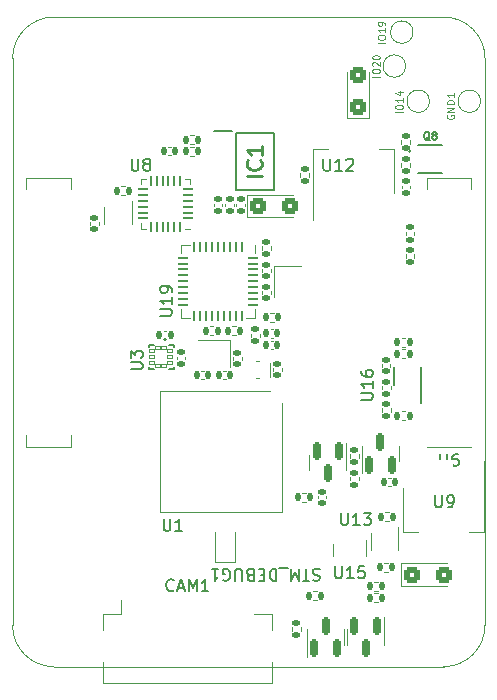
<source format=gbr>
%TF.GenerationSoftware,KiCad,Pcbnew,(6.0.0-0)*%
%TF.CreationDate,2022-02-19T21:54:14+03:00*%
%TF.ProjectId,CopterCat_cm4,436f7074-6572-4436-9174-5f636d342e6b,rev?*%
%TF.SameCoordinates,Original*%
%TF.FileFunction,Legend,Top*%
%TF.FilePolarity,Positive*%
%FSLAX46Y46*%
G04 Gerber Fmt 4.6, Leading zero omitted, Abs format (unit mm)*
G04 Created by KiCad (PCBNEW (6.0.0-0)) date 2022-02-19 21:54:14*
%MOMM*%
%LPD*%
G01*
G04 APERTURE LIST*
G04 Aperture macros list*
%AMRoundRect*
0 Rectangle with rounded corners*
0 $1 Rounding radius*
0 $2 $3 $4 $5 $6 $7 $8 $9 X,Y pos of 4 corners*
0 Add a 4 corners polygon primitive as box body*
4,1,4,$2,$3,$4,$5,$6,$7,$8,$9,$2,$3,0*
0 Add four circle primitives for the rounded corners*
1,1,$1+$1,$2,$3*
1,1,$1+$1,$4,$5*
1,1,$1+$1,$6,$7*
1,1,$1+$1,$8,$9*
0 Add four rect primitives between the rounded corners*
20,1,$1+$1,$2,$3,$4,$5,0*
20,1,$1+$1,$4,$5,$6,$7,0*
20,1,$1+$1,$6,$7,$8,$9,0*
20,1,$1+$1,$8,$9,$2,$3,0*%
G04 Aperture macros list end*
%ADD10C,0.150000*%
%ADD11C,0.100000*%
%ADD12C,0.254000*%
%ADD13C,0.120000*%
%ADD14C,0.127000*%
%ADD15C,0.200000*%
%ADD16R,1.500000X2.000000*%
%ADD17R,3.800000X2.000000*%
%ADD18RoundRect,0.135000X-0.185000X0.135000X-0.185000X-0.135000X0.185000X-0.135000X0.185000X0.135000X0*%
%ADD19RoundRect,0.062500X0.350000X0.062500X-0.350000X0.062500X-0.350000X-0.062500X0.350000X-0.062500X0*%
%ADD20RoundRect,0.062500X0.062500X0.350000X-0.062500X0.350000X-0.062500X-0.350000X0.062500X-0.350000X0*%
%ADD21R,2.600000X2.600000*%
%ADD22C,1.500000*%
%ADD23RoundRect,0.135000X0.135000X0.185000X-0.135000X0.185000X-0.135000X-0.185000X0.135000X-0.185000X0*%
%ADD24RoundRect,0.135000X0.185000X-0.135000X0.185000X0.135000X-0.185000X0.135000X-0.185000X-0.135000X0*%
%ADD25RoundRect,0.135000X-0.135000X-0.185000X0.135000X-0.185000X0.135000X0.185000X-0.135000X0.185000X0*%
%ADD26RoundRect,0.062500X-0.062500X0.350000X-0.062500X-0.350000X0.062500X-0.350000X0.062500X0.350000X0*%
%ADD27RoundRect,0.062500X-0.350000X0.062500X-0.350000X-0.062500X0.350000X-0.062500X0.350000X0.062500X0*%
%ADD28R,3.700000X3.700000*%
%ADD29RoundRect,0.140000X-0.170000X0.140000X-0.170000X-0.140000X0.170000X-0.140000X0.170000X0.140000X0*%
%ADD30R,0.425000X0.400000*%
%ADD31R,1.150000X0.950000*%
%ADD32R,0.750000X0.300000*%
%ADD33RoundRect,0.140000X0.140000X0.170000X-0.140000X0.170000X-0.140000X-0.170000X0.140000X-0.170000X0*%
%ADD34R,0.400000X0.650000*%
%ADD35RoundRect,0.150000X-0.150000X0.587500X-0.150000X-0.587500X0.150000X-0.587500X0.150000X0.587500X0*%
%ADD36R,0.900000X0.800000*%
%ADD37R,0.300000X0.550000*%
%ADD38R,0.400000X0.550000*%
%ADD39C,6.100000*%
%ADD40R,0.700000X0.200000*%
%ADD41R,0.800000X0.900000*%
%ADD42R,0.300000X1.300000*%
%ADD43R,1.800000X2.200000*%
%ADD44RoundRect,0.250000X-0.450000X-0.425000X0.450000X-0.425000X0.450000X0.425000X-0.450000X0.425000X0*%
%ADD45RoundRect,0.007000X-0.183000X0.168000X-0.183000X-0.168000X0.183000X-0.168000X0.183000X0.168000X0*%
%ADD46C,0.300000*%
%ADD47RoundRect,0.140000X-0.140000X-0.170000X0.140000X-0.170000X0.140000X0.170000X-0.140000X0.170000X0*%
%ADD48R,1.500000X0.650000*%
%ADD49RoundRect,0.140000X0.170000X-0.140000X0.170000X0.140000X-0.170000X0.140000X-0.170000X-0.140000X0*%
%ADD50RoundRect,0.150000X0.150000X-0.587500X0.150000X0.587500X-0.150000X0.587500X-0.150000X-0.587500X0*%
%ADD51RoundRect,0.250000X0.425000X-0.450000X0.425000X0.450000X-0.425000X0.450000X-0.425000X-0.450000X0*%
%ADD52R,0.450000X0.600000*%
%ADD53R,0.300000X0.750000*%
%ADD54R,1.500000X1.300000*%
%ADD55R,0.600000X1.200000*%
%ADD56R,1.700000X1.700000*%
%ADD57O,1.700000X1.700000*%
%ADD58C,0.950000*%
%ADD59C,0.650000*%
%ADD60O,1.000000X2.100000*%
%ADD61O,1.000000X1.600000*%
G04 APERTURE END LIST*
D10*
%TO.C,U9*%
X243288095Y-121002380D02*
X243288095Y-121811904D01*
X243335714Y-121907142D01*
X243383333Y-121954761D01*
X243478571Y-122002380D01*
X243669047Y-122002380D01*
X243764285Y-121954761D01*
X243811904Y-121907142D01*
X243859523Y-121811904D01*
X243859523Y-121002380D01*
X244383333Y-122002380D02*
X244573809Y-122002380D01*
X244669047Y-121954761D01*
X244716666Y-121907142D01*
X244811904Y-121764285D01*
X244859523Y-121573809D01*
X244859523Y-121192857D01*
X244811904Y-121097619D01*
X244764285Y-121050000D01*
X244669047Y-121002380D01*
X244478571Y-121002380D01*
X244383333Y-121050000D01*
X244335714Y-121097619D01*
X244288095Y-121192857D01*
X244288095Y-121430952D01*
X244335714Y-121526190D01*
X244383333Y-121573809D01*
X244478571Y-121621428D01*
X244669047Y-121621428D01*
X244764285Y-121573809D01*
X244811904Y-121526190D01*
X244859523Y-121430952D01*
%TO.C,U8*%
X217578095Y-92502380D02*
X217578095Y-93311904D01*
X217625714Y-93407142D01*
X217673333Y-93454761D01*
X217768571Y-93502380D01*
X217959047Y-93502380D01*
X218054285Y-93454761D01*
X218101904Y-93407142D01*
X218149523Y-93311904D01*
X218149523Y-92502380D01*
X218768571Y-92930952D02*
X218673333Y-92883333D01*
X218625714Y-92835714D01*
X218578095Y-92740476D01*
X218578095Y-92692857D01*
X218625714Y-92597619D01*
X218673333Y-92550000D01*
X218768571Y-92502380D01*
X218959047Y-92502380D01*
X219054285Y-92550000D01*
X219101904Y-92597619D01*
X219149523Y-92692857D01*
X219149523Y-92740476D01*
X219101904Y-92835714D01*
X219054285Y-92883333D01*
X218959047Y-92930952D01*
X218768571Y-92930952D01*
X218673333Y-92978571D01*
X218625714Y-93026190D01*
X218578095Y-93121428D01*
X218578095Y-93311904D01*
X218625714Y-93407142D01*
X218673333Y-93454761D01*
X218768571Y-93502380D01*
X218959047Y-93502380D01*
X219054285Y-93454761D01*
X219101904Y-93407142D01*
X219149523Y-93311904D01*
X219149523Y-93121428D01*
X219101904Y-93026190D01*
X219054285Y-92978571D01*
X218959047Y-92930952D01*
D11*
%TO.C,IO19*%
X239046428Y-82685714D02*
X238446428Y-82685714D01*
X238446428Y-82285714D02*
X238446428Y-82171428D01*
X238475000Y-82114285D01*
X238532142Y-82057142D01*
X238646428Y-82028571D01*
X238846428Y-82028571D01*
X238960714Y-82057142D01*
X239017857Y-82114285D01*
X239046428Y-82171428D01*
X239046428Y-82285714D01*
X239017857Y-82342857D01*
X238960714Y-82400000D01*
X238846428Y-82428571D01*
X238646428Y-82428571D01*
X238532142Y-82400000D01*
X238475000Y-82342857D01*
X238446428Y-82285714D01*
X239046428Y-81457142D02*
X239046428Y-81800000D01*
X239046428Y-81628571D02*
X238446428Y-81628571D01*
X238532142Y-81685714D01*
X238589285Y-81742857D01*
X238617857Y-81800000D01*
X239046428Y-81171428D02*
X239046428Y-81057142D01*
X239017857Y-81000000D01*
X238989285Y-80971428D01*
X238903571Y-80914285D01*
X238789285Y-80885714D01*
X238560714Y-80885714D01*
X238503571Y-80914285D01*
X238475000Y-80942857D01*
X238446428Y-81000000D01*
X238446428Y-81114285D01*
X238475000Y-81171428D01*
X238503571Y-81200000D01*
X238560714Y-81228571D01*
X238703571Y-81228571D01*
X238760714Y-81200000D01*
X238789285Y-81171428D01*
X238817857Y-81114285D01*
X238817857Y-81000000D01*
X238789285Y-80942857D01*
X238760714Y-80914285D01*
X238703571Y-80885714D01*
D10*
%TO.C,U19*%
X220002380Y-105788095D02*
X220811904Y-105788095D01*
X220907142Y-105740476D01*
X220954761Y-105692857D01*
X221002380Y-105597619D01*
X221002380Y-105407142D01*
X220954761Y-105311904D01*
X220907142Y-105264285D01*
X220811904Y-105216666D01*
X220002380Y-105216666D01*
X221002380Y-104216666D02*
X221002380Y-104788095D01*
X221002380Y-104502380D02*
X220002380Y-104502380D01*
X220145238Y-104597619D01*
X220240476Y-104692857D01*
X220288095Y-104788095D01*
X221002380Y-103740476D02*
X221002380Y-103550000D01*
X220954761Y-103454761D01*
X220907142Y-103407142D01*
X220764285Y-103311904D01*
X220573809Y-103264285D01*
X220192857Y-103264285D01*
X220097619Y-103311904D01*
X220050000Y-103359523D01*
X220002380Y-103454761D01*
X220002380Y-103645238D01*
X220050000Y-103740476D01*
X220097619Y-103788095D01*
X220192857Y-103835714D01*
X220430952Y-103835714D01*
X220526190Y-103788095D01*
X220573809Y-103740476D01*
X220621428Y-103645238D01*
X220621428Y-103454761D01*
X220573809Y-103359523D01*
X220526190Y-103311904D01*
X220430952Y-103264285D01*
D11*
%TO.C,GND1*%
X244300000Y-88792857D02*
X244271428Y-88850000D01*
X244271428Y-88935714D01*
X244300000Y-89021428D01*
X244357142Y-89078571D01*
X244414285Y-89107142D01*
X244528571Y-89135714D01*
X244614285Y-89135714D01*
X244728571Y-89107142D01*
X244785714Y-89078571D01*
X244842857Y-89021428D01*
X244871428Y-88935714D01*
X244871428Y-88878571D01*
X244842857Y-88792857D01*
X244814285Y-88764285D01*
X244614285Y-88764285D01*
X244614285Y-88878571D01*
X244871428Y-88507142D02*
X244271428Y-88507142D01*
X244871428Y-88164285D01*
X244271428Y-88164285D01*
X244871428Y-87878571D02*
X244271428Y-87878571D01*
X244271428Y-87735714D01*
X244300000Y-87650000D01*
X244357142Y-87592857D01*
X244414285Y-87564285D01*
X244528571Y-87535714D01*
X244614285Y-87535714D01*
X244728571Y-87564285D01*
X244785714Y-87592857D01*
X244842857Y-87650000D01*
X244871428Y-87735714D01*
X244871428Y-87878571D01*
X244871428Y-86964285D02*
X244871428Y-87307142D01*
X244871428Y-87135714D02*
X244271428Y-87135714D01*
X244357142Y-87192857D01*
X244414285Y-87250000D01*
X244442857Y-87307142D01*
D10*
%TO.C,Q8*%
X242821047Y-90944076D02*
X242760095Y-90913600D01*
X242699142Y-90852647D01*
X242607714Y-90761219D01*
X242546761Y-90730742D01*
X242485809Y-90730742D01*
X242516285Y-90883123D02*
X242455333Y-90852647D01*
X242394380Y-90791695D01*
X242363904Y-90669790D01*
X242363904Y-90456457D01*
X242394380Y-90334552D01*
X242455333Y-90273600D01*
X242516285Y-90243123D01*
X242638190Y-90243123D01*
X242699142Y-90273600D01*
X242760095Y-90334552D01*
X242790571Y-90456457D01*
X242790571Y-90669790D01*
X242760095Y-90791695D01*
X242699142Y-90852647D01*
X242638190Y-90883123D01*
X242516285Y-90883123D01*
X243156285Y-90517409D02*
X243095333Y-90486933D01*
X243064857Y-90456457D01*
X243034380Y-90395504D01*
X243034380Y-90365028D01*
X243064857Y-90304076D01*
X243095333Y-90273600D01*
X243156285Y-90243123D01*
X243278190Y-90243123D01*
X243339142Y-90273600D01*
X243369619Y-90304076D01*
X243400095Y-90365028D01*
X243400095Y-90395504D01*
X243369619Y-90456457D01*
X243339142Y-90486933D01*
X243278190Y-90517409D01*
X243156285Y-90517409D01*
X243095333Y-90547885D01*
X243064857Y-90578361D01*
X243034380Y-90639314D01*
X243034380Y-90761219D01*
X243064857Y-90822171D01*
X243095333Y-90852647D01*
X243156285Y-90883123D01*
X243278190Y-90883123D01*
X243339142Y-90852647D01*
X243369619Y-90822171D01*
X243400095Y-90761219D01*
X243400095Y-90639314D01*
X243369619Y-90578361D01*
X243339142Y-90547885D01*
X243278190Y-90517409D01*
%TO.C,U13*%
X235311904Y-122502380D02*
X235311904Y-123311904D01*
X235359523Y-123407142D01*
X235407142Y-123454761D01*
X235502380Y-123502380D01*
X235692857Y-123502380D01*
X235788095Y-123454761D01*
X235835714Y-123407142D01*
X235883333Y-123311904D01*
X235883333Y-122502380D01*
X236883333Y-123502380D02*
X236311904Y-123502380D01*
X236597619Y-123502380D02*
X236597619Y-122502380D01*
X236502380Y-122645238D01*
X236407142Y-122740476D01*
X236311904Y-122788095D01*
X237216666Y-122502380D02*
X237835714Y-122502380D01*
X237502380Y-122883333D01*
X237645238Y-122883333D01*
X237740476Y-122930952D01*
X237788095Y-122978571D01*
X237835714Y-123073809D01*
X237835714Y-123311904D01*
X237788095Y-123407142D01*
X237740476Y-123454761D01*
X237645238Y-123502380D01*
X237359523Y-123502380D01*
X237264285Y-123454761D01*
X237216666Y-123407142D01*
D11*
%TO.C,IO14*%
X240521428Y-88560714D02*
X239921428Y-88560714D01*
X239921428Y-88160714D02*
X239921428Y-88046428D01*
X239950000Y-87989285D01*
X240007142Y-87932142D01*
X240121428Y-87903571D01*
X240321428Y-87903571D01*
X240435714Y-87932142D01*
X240492857Y-87989285D01*
X240521428Y-88046428D01*
X240521428Y-88160714D01*
X240492857Y-88217857D01*
X240435714Y-88275000D01*
X240321428Y-88303571D01*
X240121428Y-88303571D01*
X240007142Y-88275000D01*
X239950000Y-88217857D01*
X239921428Y-88160714D01*
X240521428Y-87332142D02*
X240521428Y-87675000D01*
X240521428Y-87503571D02*
X239921428Y-87503571D01*
X240007142Y-87560714D01*
X240064285Y-87617857D01*
X240092857Y-87675000D01*
X240121428Y-86817857D02*
X240521428Y-86817857D01*
X239892857Y-86960714D02*
X240321428Y-87103571D01*
X240321428Y-86732142D01*
D10*
%TO.C,U15*%
X234811904Y-127002380D02*
X234811904Y-127811904D01*
X234859523Y-127907142D01*
X234907142Y-127954761D01*
X235002380Y-128002380D01*
X235192857Y-128002380D01*
X235288095Y-127954761D01*
X235335714Y-127907142D01*
X235383333Y-127811904D01*
X235383333Y-127002380D01*
X236383333Y-128002380D02*
X235811904Y-128002380D01*
X236097619Y-128002380D02*
X236097619Y-127002380D01*
X236002380Y-127145238D01*
X235907142Y-127240476D01*
X235811904Y-127288095D01*
X237288095Y-127002380D02*
X236811904Y-127002380D01*
X236764285Y-127478571D01*
X236811904Y-127430952D01*
X236907142Y-127383333D01*
X237145238Y-127383333D01*
X237240476Y-127430952D01*
X237288095Y-127478571D01*
X237335714Y-127573809D01*
X237335714Y-127811904D01*
X237288095Y-127907142D01*
X237240476Y-127954761D01*
X237145238Y-128002380D01*
X236907142Y-128002380D01*
X236811904Y-127954761D01*
X236764285Y-127907142D01*
%TO.C,U6*%
X243698095Y-117502380D02*
X243698095Y-118311904D01*
X243745714Y-118407142D01*
X243793333Y-118454761D01*
X243888571Y-118502380D01*
X244079047Y-118502380D01*
X244174285Y-118454761D01*
X244221904Y-118407142D01*
X244269523Y-118311904D01*
X244269523Y-117502380D01*
X245174285Y-117502380D02*
X244983809Y-117502380D01*
X244888571Y-117550000D01*
X244840952Y-117597619D01*
X244745714Y-117740476D01*
X244698095Y-117930952D01*
X244698095Y-118311904D01*
X244745714Y-118407142D01*
X244793333Y-118454761D01*
X244888571Y-118502380D01*
X245079047Y-118502380D01*
X245174285Y-118454761D01*
X245221904Y-118407142D01*
X245269523Y-118311904D01*
X245269523Y-118073809D01*
X245221904Y-117978571D01*
X245174285Y-117930952D01*
X245079047Y-117883333D01*
X244888571Y-117883333D01*
X244793333Y-117930952D01*
X244745714Y-117978571D01*
X244698095Y-118073809D01*
%TO.C,CAM1*%
X221133333Y-129007142D02*
X221085714Y-129054761D01*
X220942857Y-129102380D01*
X220847619Y-129102380D01*
X220704761Y-129054761D01*
X220609523Y-128959523D01*
X220561904Y-128864285D01*
X220514285Y-128673809D01*
X220514285Y-128530952D01*
X220561904Y-128340476D01*
X220609523Y-128245238D01*
X220704761Y-128150000D01*
X220847619Y-128102380D01*
X220942857Y-128102380D01*
X221085714Y-128150000D01*
X221133333Y-128197619D01*
X221514285Y-128816666D02*
X221990476Y-128816666D01*
X221419047Y-129102380D02*
X221752380Y-128102380D01*
X222085714Y-129102380D01*
X222419047Y-129102380D02*
X222419047Y-128102380D01*
X222752380Y-128816666D01*
X223085714Y-128102380D01*
X223085714Y-129102380D01*
X224085714Y-129102380D02*
X223514285Y-129102380D01*
X223800000Y-129102380D02*
X223800000Y-128102380D01*
X223704761Y-128245238D01*
X223609523Y-128340476D01*
X223514285Y-128388095D01*
%TO.C,U3*%
X217502380Y-110311904D02*
X218311904Y-110311904D01*
X218407142Y-110264285D01*
X218454761Y-110216666D01*
X218502380Y-110121428D01*
X218502380Y-109930952D01*
X218454761Y-109835714D01*
X218407142Y-109788095D01*
X218311904Y-109740476D01*
X217502380Y-109740476D01*
X217502380Y-109359523D02*
X217502380Y-108740476D01*
X217883333Y-109073809D01*
X217883333Y-108930952D01*
X217930952Y-108835714D01*
X217978571Y-108788095D01*
X218073809Y-108740476D01*
X218311904Y-108740476D01*
X218407142Y-108788095D01*
X218454761Y-108835714D01*
X218502380Y-108930952D01*
X218502380Y-109216666D01*
X218454761Y-109311904D01*
X218407142Y-109359523D01*
%TO.C,U1*%
X220288095Y-123002380D02*
X220288095Y-123811904D01*
X220335714Y-123907142D01*
X220383333Y-123954761D01*
X220478571Y-124002380D01*
X220669047Y-124002380D01*
X220764285Y-123954761D01*
X220811904Y-123907142D01*
X220859523Y-123811904D01*
X220859523Y-123002380D01*
X221859523Y-124002380D02*
X221288095Y-124002380D01*
X221573809Y-124002380D02*
X221573809Y-123002380D01*
X221478571Y-123145238D01*
X221383333Y-123240476D01*
X221288095Y-123288095D01*
D11*
%TO.C,IO20*%
X238571428Y-85535714D02*
X237971428Y-85535714D01*
X237971428Y-85135714D02*
X237971428Y-85021428D01*
X238000000Y-84964285D01*
X238057142Y-84907142D01*
X238171428Y-84878571D01*
X238371428Y-84878571D01*
X238485714Y-84907142D01*
X238542857Y-84964285D01*
X238571428Y-85021428D01*
X238571428Y-85135714D01*
X238542857Y-85192857D01*
X238485714Y-85250000D01*
X238371428Y-85278571D01*
X238171428Y-85278571D01*
X238057142Y-85250000D01*
X238000000Y-85192857D01*
X237971428Y-85135714D01*
X238028571Y-84650000D02*
X238000000Y-84621428D01*
X237971428Y-84564285D01*
X237971428Y-84421428D01*
X238000000Y-84364285D01*
X238028571Y-84335714D01*
X238085714Y-84307142D01*
X238142857Y-84307142D01*
X238228571Y-84335714D01*
X238571428Y-84678571D01*
X238571428Y-84307142D01*
X237971428Y-83935714D02*
X237971428Y-83878571D01*
X238000000Y-83821428D01*
X238028571Y-83792857D01*
X238085714Y-83764285D01*
X238200000Y-83735714D01*
X238342857Y-83735714D01*
X238457142Y-83764285D01*
X238514285Y-83792857D01*
X238542857Y-83821428D01*
X238571428Y-83878571D01*
X238571428Y-83935714D01*
X238542857Y-83992857D01*
X238514285Y-84021428D01*
X238457142Y-84050000D01*
X238342857Y-84078571D01*
X238200000Y-84078571D01*
X238085714Y-84050000D01*
X238028571Y-84021428D01*
X238000000Y-83992857D01*
X237971428Y-83935714D01*
D12*
%TO.C,IC1*%
X228599523Y-93964761D02*
X227329523Y-93964761D01*
X228478571Y-92634285D02*
X228539047Y-92694761D01*
X228599523Y-92876190D01*
X228599523Y-92997142D01*
X228539047Y-93178571D01*
X228418095Y-93299523D01*
X228297142Y-93360000D01*
X228055238Y-93420476D01*
X227873809Y-93420476D01*
X227631904Y-93360000D01*
X227510952Y-93299523D01*
X227390000Y-93178571D01*
X227329523Y-92997142D01*
X227329523Y-92876190D01*
X227390000Y-92694761D01*
X227450476Y-92634285D01*
X228599523Y-91424761D02*
X228599523Y-92150476D01*
X228599523Y-91787619D02*
X227329523Y-91787619D01*
X227510952Y-91908571D01*
X227631904Y-92029523D01*
X227692380Y-92150476D01*
D10*
%TO.C,STM_DEBUG1*%
X233496428Y-127270238D02*
X233353571Y-127222619D01*
X233115476Y-127222619D01*
X233020238Y-127270238D01*
X232972619Y-127317857D01*
X232925000Y-127413095D01*
X232925000Y-127508333D01*
X232972619Y-127603571D01*
X233020238Y-127651190D01*
X233115476Y-127698809D01*
X233305952Y-127746428D01*
X233401190Y-127794047D01*
X233448809Y-127841666D01*
X233496428Y-127936904D01*
X233496428Y-128032142D01*
X233448809Y-128127380D01*
X233401190Y-128175000D01*
X233305952Y-128222619D01*
X233067857Y-128222619D01*
X232925000Y-128175000D01*
X232639285Y-128222619D02*
X232067857Y-128222619D01*
X232353571Y-127222619D02*
X232353571Y-128222619D01*
X231734523Y-127222619D02*
X231734523Y-128222619D01*
X231401190Y-127508333D01*
X231067857Y-128222619D01*
X231067857Y-127222619D01*
X230829761Y-127127380D02*
X230067857Y-127127380D01*
X229829761Y-127222619D02*
X229829761Y-128222619D01*
X229591666Y-128222619D01*
X229448809Y-128175000D01*
X229353571Y-128079761D01*
X229305952Y-127984523D01*
X229258333Y-127794047D01*
X229258333Y-127651190D01*
X229305952Y-127460714D01*
X229353571Y-127365476D01*
X229448809Y-127270238D01*
X229591666Y-127222619D01*
X229829761Y-127222619D01*
X228829761Y-127746428D02*
X228496428Y-127746428D01*
X228353571Y-127222619D02*
X228829761Y-127222619D01*
X228829761Y-128222619D01*
X228353571Y-128222619D01*
X227591666Y-127746428D02*
X227448809Y-127698809D01*
X227401190Y-127651190D01*
X227353571Y-127555952D01*
X227353571Y-127413095D01*
X227401190Y-127317857D01*
X227448809Y-127270238D01*
X227544047Y-127222619D01*
X227925000Y-127222619D01*
X227925000Y-128222619D01*
X227591666Y-128222619D01*
X227496428Y-128175000D01*
X227448809Y-128127380D01*
X227401190Y-128032142D01*
X227401190Y-127936904D01*
X227448809Y-127841666D01*
X227496428Y-127794047D01*
X227591666Y-127746428D01*
X227925000Y-127746428D01*
X226925000Y-128222619D02*
X226925000Y-127413095D01*
X226877380Y-127317857D01*
X226829761Y-127270238D01*
X226734523Y-127222619D01*
X226544047Y-127222619D01*
X226448809Y-127270238D01*
X226401190Y-127317857D01*
X226353571Y-127413095D01*
X226353571Y-128222619D01*
X225353571Y-128175000D02*
X225448809Y-128222619D01*
X225591666Y-128222619D01*
X225734523Y-128175000D01*
X225829761Y-128079761D01*
X225877380Y-127984523D01*
X225925000Y-127794047D01*
X225925000Y-127651190D01*
X225877380Y-127460714D01*
X225829761Y-127365476D01*
X225734523Y-127270238D01*
X225591666Y-127222619D01*
X225496428Y-127222619D01*
X225353571Y-127270238D01*
X225305952Y-127317857D01*
X225305952Y-127651190D01*
X225496428Y-127651190D01*
X224353571Y-127222619D02*
X224925000Y-127222619D01*
X224639285Y-127222619D02*
X224639285Y-128222619D01*
X224734523Y-128079761D01*
X224829761Y-127984523D01*
X224925000Y-127936904D01*
%TO.C,U16*%
X237002380Y-112888095D02*
X237811904Y-112888095D01*
X237907142Y-112840476D01*
X237954761Y-112792857D01*
X238002380Y-112697619D01*
X238002380Y-112507142D01*
X237954761Y-112411904D01*
X237907142Y-112364285D01*
X237811904Y-112316666D01*
X237002380Y-112316666D01*
X238002380Y-111316666D02*
X238002380Y-111888095D01*
X238002380Y-111602380D02*
X237002380Y-111602380D01*
X237145238Y-111697619D01*
X237240476Y-111792857D01*
X237288095Y-111888095D01*
X237002380Y-110459523D02*
X237002380Y-110650000D01*
X237050000Y-110745238D01*
X237097619Y-110792857D01*
X237240476Y-110888095D01*
X237430952Y-110935714D01*
X237811904Y-110935714D01*
X237907142Y-110888095D01*
X237954761Y-110840476D01*
X238002380Y-110745238D01*
X238002380Y-110554761D01*
X237954761Y-110459523D01*
X237907142Y-110411904D01*
X237811904Y-110364285D01*
X237573809Y-110364285D01*
X237478571Y-110411904D01*
X237430952Y-110459523D01*
X237383333Y-110554761D01*
X237383333Y-110745238D01*
X237430952Y-110840476D01*
X237478571Y-110888095D01*
X237573809Y-110935714D01*
%TO.C,U12*%
X233811904Y-92502380D02*
X233811904Y-93311904D01*
X233859523Y-93407142D01*
X233907142Y-93454761D01*
X234002380Y-93502380D01*
X234192857Y-93502380D01*
X234288095Y-93454761D01*
X234335714Y-93407142D01*
X234383333Y-93311904D01*
X234383333Y-92502380D01*
X235383333Y-93502380D02*
X234811904Y-93502380D01*
X235097619Y-93502380D02*
X235097619Y-92502380D01*
X235002380Y-92645238D01*
X234907142Y-92740476D01*
X234811904Y-92788095D01*
X235764285Y-92597619D02*
X235811904Y-92550000D01*
X235907142Y-92502380D01*
X236145238Y-92502380D01*
X236240476Y-92550000D01*
X236288095Y-92597619D01*
X236335714Y-92692857D01*
X236335714Y-92788095D01*
X236288095Y-92930952D01*
X235716666Y-93502380D01*
X236335714Y-93502380D01*
D13*
%TO.C,U9*%
X240590000Y-120350000D02*
X240590000Y-124110000D01*
X247410000Y-124110000D02*
X246150000Y-124110000D01*
X240590000Y-124110000D02*
X241850000Y-124110000D01*
X247410000Y-118100000D02*
X247410000Y-124110000D01*
%TO.C,R17*%
X231845000Y-93721359D02*
X231845000Y-94028641D01*
X232605000Y-93721359D02*
X232605000Y-94028641D01*
%TO.C,U8*%
X218815000Y-98410000D02*
X218340000Y-98410000D01*
X218815000Y-94190000D02*
X218340000Y-94190000D01*
X218340000Y-94190000D02*
X218340000Y-94665000D01*
X218340000Y-98410000D02*
X218340000Y-97935000D01*
X222560000Y-94190000D02*
X222560000Y-94665000D01*
X222085000Y-94190000D02*
X222560000Y-94190000D01*
X222085000Y-98410000D02*
X222560000Y-98410000D01*
%TO.C,IO19*%
X241400000Y-81775000D02*
G75*
G03*
X241400000Y-81775000I-950000J0D01*
G01*
%TO.C,R38*%
X233278641Y-129095000D02*
X232971359Y-129095000D01*
X233278641Y-129855000D02*
X232971359Y-129855000D01*
%TO.C,R20*%
X241530000Y-100878641D02*
X241530000Y-100571359D01*
X240770000Y-100878641D02*
X240770000Y-100571359D01*
%TO.C,R48*%
X224503641Y-107430000D02*
X224196359Y-107430000D01*
X224503641Y-106670000D02*
X224196359Y-106670000D01*
%TO.C,R15*%
X222521359Y-90495000D02*
X222828641Y-90495000D01*
X222521359Y-91255000D02*
X222828641Y-91255000D01*
%TO.C,U19*%
X221790000Y-99760000D02*
X222515000Y-99760000D01*
X228010000Y-105255000D02*
X228010000Y-105980000D01*
X221790000Y-105980000D02*
X222515000Y-105980000D01*
X228010000Y-100485000D02*
X228010000Y-99760000D01*
X221790000Y-100485000D02*
X221790000Y-99760000D01*
X228010000Y-105980000D02*
X227285000Y-105980000D01*
X221790000Y-105255000D02*
X221790000Y-105980000D01*
%TO.C,R51*%
X228620000Y-99896359D02*
X228620000Y-100203641D01*
X229380000Y-99896359D02*
X229380000Y-100203641D01*
%TO.C,C9*%
X230285000Y-110242164D02*
X230285000Y-110457836D01*
X229565000Y-110242164D02*
X229565000Y-110457836D01*
%TO.C,GND1*%
X247125000Y-87625000D02*
G75*
G03*
X247125000Y-87625000I-950000J0D01*
G01*
%TO.C,C25*%
X240440000Y-94792164D02*
X240440000Y-95007836D01*
X241160000Y-94792164D02*
X241160000Y-95007836D01*
D14*
%TO.C,Q8*%
X241850000Y-91336500D02*
X243850000Y-91336500D01*
X241850000Y-93663500D02*
X243850000Y-93663500D01*
D15*
X241200000Y-91850000D02*
G75*
G03*
X241200000Y-91850000I-100000J0D01*
G01*
D13*
%TO.C,C20*%
X229350000Y-101842164D02*
X229350000Y-102057836D01*
X228630000Y-101842164D02*
X228630000Y-102057836D01*
%TO.C,C8*%
X225537836Y-111160000D02*
X225322164Y-111160000D01*
X225537836Y-110440000D02*
X225322164Y-110440000D01*
%TO.C,R43*%
X236805000Y-119421359D02*
X236805000Y-119728641D01*
X236045000Y-119421359D02*
X236045000Y-119728641D01*
%TO.C,U13*%
X237840000Y-124200000D02*
X237840000Y-125600000D01*
X240160000Y-125600000D02*
X240160000Y-123700000D01*
%TO.C,R50*%
X238946359Y-127480000D02*
X239253641Y-127480000D01*
X238946359Y-126720000D02*
X239253641Y-126720000D01*
%TO.C,Q3*%
X215265000Y-96600000D02*
X215265000Y-98000000D01*
X217585000Y-98000000D02*
X217585000Y-96100000D01*
%TO.C,C21*%
X228630000Y-103702164D02*
X228630000Y-103917836D01*
X229350000Y-103702164D02*
X229350000Y-103917836D01*
%TO.C,Q7*%
X232640000Y-118200000D02*
X232640000Y-118850000D01*
X235760000Y-118200000D02*
X235760000Y-116525000D01*
X232640000Y-118200000D02*
X232640000Y-117550000D01*
X235760000Y-118200000D02*
X235760000Y-118850000D01*
%TO.C,C7*%
X222135000Y-109267164D02*
X222135000Y-109482836D01*
X221415000Y-109267164D02*
X221415000Y-109482836D01*
%TO.C,R29*%
X240753641Y-107645000D02*
X240446359Y-107645000D01*
X240753641Y-108405000D02*
X240446359Y-108405000D01*
%TO.C,Y1*%
X225880000Y-110150000D02*
X225880000Y-107850000D01*
X225880000Y-107850000D02*
X223180000Y-107850000D01*
%TO.C,IO14*%
X242800000Y-87625000D02*
G75*
G03*
X242800000Y-87625000I-950000J0D01*
G01*
%TO.C,U15*%
X237450000Y-126100000D02*
X237450000Y-124800000D01*
X234650000Y-126100000D02*
X234650000Y-125100000D01*
%TO.C,R47*%
X240420000Y-93153641D02*
X240420000Y-92846359D01*
X241180000Y-93153641D02*
X241180000Y-92846359D01*
%TO.C,Q4*%
X235840000Y-133000000D02*
X235840000Y-132350000D01*
X238960000Y-133000000D02*
X238960000Y-131325000D01*
X235840000Y-133000000D02*
X235840000Y-133650000D01*
X238960000Y-133000000D02*
X238960000Y-133650000D01*
%TO.C,C22*%
X229557836Y-107635000D02*
X229342164Y-107635000D01*
X229557836Y-106915000D02*
X229342164Y-106915000D01*
%TO.C,U6*%
X244000000Y-80500000D02*
X211000000Y-80500000D01*
X208650000Y-116900000D02*
X208650000Y-115900000D01*
X208650000Y-94100000D02*
X208650000Y-95100000D01*
X212430000Y-94100000D02*
X208650000Y-94100000D01*
X212430000Y-116900000D02*
X212430000Y-115900000D01*
X242570000Y-94100000D02*
X242570000Y-95100000D01*
X246350000Y-94100000D02*
X246350000Y-95100000D01*
X211000000Y-135500000D02*
X244000000Y-135500000D01*
X207500000Y-84000000D02*
X207500000Y-132000000D01*
X212430000Y-116900000D02*
X208650000Y-116900000D01*
X246350000Y-94100000D02*
X242570000Y-94100000D01*
X212430000Y-94100000D02*
X212430000Y-95100000D01*
X247500000Y-132000000D02*
X247500000Y-84000000D01*
X246350000Y-116900000D02*
X242570000Y-116900000D01*
X211000000Y-80500000D02*
G75*
G03*
X207500000Y-84000000I-1J-3499999D01*
G01*
X207500000Y-132000000D02*
G75*
G03*
X211000000Y-135500000I3499999J-1D01*
G01*
X244000000Y-135500000D02*
G75*
G03*
X247500000Y-132000000I1J3499999D01*
G01*
X247500000Y-84000000D02*
G75*
G03*
X244000000Y-80500000I-3499999J1D01*
G01*
%TO.C,R39*%
X238403641Y-128320000D02*
X238096359Y-128320000D01*
X238403641Y-129080000D02*
X238096359Y-129080000D01*
%TO.C,R52*%
X229296359Y-106280000D02*
X229603641Y-106280000D01*
X229296359Y-105520000D02*
X229603641Y-105520000D01*
%TO.C,Y3*%
X229630000Y-101540000D02*
X229630000Y-104240000D01*
X231930000Y-101540000D02*
X229630000Y-101540000D01*
%TO.C,C42*%
X224540000Y-96292164D02*
X224540000Y-96507836D01*
X225260000Y-96292164D02*
X225260000Y-96507836D01*
%TO.C,CAM1*%
X215150000Y-136850000D02*
X229450000Y-136850000D01*
X216640000Y-131050000D02*
X215150000Y-131050000D01*
X227960000Y-131050000D02*
X229450000Y-131050000D01*
X215150000Y-135110000D02*
X215150000Y-136850000D01*
X229450000Y-131050000D02*
X229450000Y-132390000D01*
X215150000Y-131050000D02*
X215150000Y-132390000D01*
X216640000Y-131050000D02*
X216640000Y-129850000D01*
X229450000Y-136850000D02*
X229450000Y-135110000D01*
%TO.C,C19*%
X214065000Y-97892164D02*
X214065000Y-98107836D01*
X214785000Y-97892164D02*
X214785000Y-98107836D01*
%TO.C,C41*%
X244300000Y-126765000D02*
X240390000Y-126765000D01*
X240390000Y-126765000D02*
X240390000Y-128635000D01*
X240390000Y-128635000D02*
X244300000Y-128635000D01*
D14*
%TO.C,U3*%
X219070000Y-110132500D02*
X219070000Y-110312500D01*
X220730000Y-108252500D02*
X221130000Y-108252500D01*
X219070000Y-108432500D02*
X219070000Y-108252500D01*
X221130000Y-108252500D02*
X221130000Y-108432500D01*
X221130000Y-110312500D02*
X220730000Y-110312500D01*
X221130000Y-110132500D02*
X221130000Y-110312500D01*
X219070000Y-110312500D02*
X219470000Y-110312500D01*
X219070000Y-108252500D02*
X219470000Y-108252500D01*
D15*
X220500000Y-107782500D02*
G75*
G03*
X220500000Y-107782500I-100000J0D01*
G01*
D13*
%TO.C,U1*%
X230275000Y-122425000D02*
X220025000Y-122425000D01*
X220025000Y-112175000D02*
X229275000Y-112175000D01*
X230275000Y-113175000D02*
X230275000Y-122425000D01*
X220025000Y-122425000D02*
X220025000Y-112175000D01*
%TO.C,IO20*%
X240775000Y-84650000D02*
G75*
G03*
X240775000Y-84650000I-950000J0D01*
G01*
%TO.C,C40*%
X227315000Y-95590000D02*
X227315000Y-97460000D01*
X231225000Y-95590000D02*
X227315000Y-95590000D01*
X227315000Y-97460000D02*
X231225000Y-97460000D01*
%TO.C,C24*%
X239322164Y-120235000D02*
X239537836Y-120235000D01*
X239322164Y-119515000D02*
X239537836Y-119515000D01*
%TO.C,C44*%
X225515000Y-96292164D02*
X225515000Y-96507836D01*
X226235000Y-96292164D02*
X226235000Y-96507836D01*
D15*
%TO.C,IC1*%
X229625000Y-95175000D02*
X226425000Y-95175000D01*
X226425000Y-95175000D02*
X226425000Y-90275000D01*
X226425000Y-90275000D02*
X229625000Y-90275000D01*
X224575000Y-90145000D02*
X226075000Y-90145000D01*
X229625000Y-90275000D02*
X229625000Y-95175000D01*
D13*
%TO.C,R30*%
X240446359Y-109405000D02*
X240753641Y-109405000D01*
X240446359Y-108645000D02*
X240753641Y-108645000D01*
%TO.C,C12*%
X226165000Y-109507836D02*
X226165000Y-109292164D01*
X226885000Y-109507836D02*
X226885000Y-109292164D01*
%TO.C,R35*%
X238745000Y-113621359D02*
X238745000Y-113928641D01*
X239505000Y-113621359D02*
X239505000Y-113928641D01*
%TO.C,R8*%
X239046359Y-123180000D02*
X239353641Y-123180000D01*
X239046359Y-122420000D02*
X239353641Y-122420000D01*
%TO.C,R54*%
X231880000Y-132146359D02*
X231880000Y-132453641D01*
X231120000Y-132146359D02*
X231120000Y-132453641D01*
%TO.C,R56*%
X240420000Y-91253641D02*
X240420000Y-90946359D01*
X241180000Y-91253641D02*
X241180000Y-90946359D01*
%TO.C,R53*%
X226403641Y-107430000D02*
X226096359Y-107430000D01*
X226403641Y-106670000D02*
X226096359Y-106670000D01*
%TO.C,C23*%
X229342164Y-107890000D02*
X229557836Y-107890000D01*
X229342164Y-108610000D02*
X229557836Y-108610000D01*
%TO.C,C6*%
X220507836Y-107065000D02*
X220292164Y-107065000D01*
X220507836Y-107785000D02*
X220292164Y-107785000D01*
%TO.C,Q5*%
X232440000Y-133000000D02*
X232440000Y-132350000D01*
X235560000Y-133000000D02*
X235560000Y-133650000D01*
X232440000Y-133000000D02*
X232440000Y-134675000D01*
X235560000Y-133000000D02*
X235560000Y-132350000D01*
%TO.C,R36*%
X240446359Y-114655000D02*
X240753641Y-114655000D01*
X240446359Y-113895000D02*
X240753641Y-113895000D01*
%TO.C,C38*%
X237660000Y-89085000D02*
X237660000Y-85175000D01*
X235790000Y-85175000D02*
X235790000Y-89085000D01*
X235790000Y-89085000D02*
X237660000Y-89085000D01*
%TO.C,R18*%
X216721359Y-95580000D02*
X217028641Y-95580000D01*
X216721359Y-94820000D02*
X217028641Y-94820000D01*
%TO.C,R19*%
X241530000Y-98978641D02*
X241530000Y-98671359D01*
X240770000Y-98978641D02*
X240770000Y-98671359D01*
%TO.C,R44*%
X236805000Y-117828641D02*
X236805000Y-117521359D01*
X236045000Y-117828641D02*
X236045000Y-117521359D01*
%TO.C,R55*%
X238096359Y-130030000D02*
X238403641Y-130030000D01*
X238096359Y-129270000D02*
X238403641Y-129270000D01*
%TO.C,C43*%
X226440000Y-96292164D02*
X226440000Y-96507836D01*
X227160000Y-96292164D02*
X227160000Y-96507836D01*
%TO.C,R16*%
X222521359Y-91470000D02*
X222828641Y-91470000D01*
X222521359Y-92230000D02*
X222828641Y-92230000D01*
%TO.C,C35*%
X239485000Y-110107836D02*
X239485000Y-109892164D01*
X238765000Y-110107836D02*
X238765000Y-109892164D01*
%TO.C,D5*%
X224600000Y-126625000D02*
X224600000Y-124075000D01*
X224600000Y-126625000D02*
X226300000Y-126625000D01*
X226300000Y-126625000D02*
X226300000Y-124075000D01*
%TO.C,R57*%
X232353641Y-120770000D02*
X232046359Y-120770000D01*
X232353641Y-121530000D02*
X232046359Y-121530000D01*
D10*
%TO.C,U16*%
X242075000Y-113150000D02*
X242075000Y-110150000D01*
X239825000Y-111650000D02*
X239825000Y-110150000D01*
D13*
%TO.C,C27*%
X220882836Y-92210000D02*
X220667164Y-92210000D01*
X220882836Y-91490000D02*
X220667164Y-91490000D01*
%TO.C,Q6*%
X237090000Y-117450000D02*
X237090000Y-116800000D01*
X237090000Y-117450000D02*
X237090000Y-119125000D01*
X240210000Y-117450000D02*
X240210000Y-116800000D01*
X240210000Y-117450000D02*
X240210000Y-118100000D01*
%TO.C,C37*%
X233340000Y-121042164D02*
X233340000Y-121257836D01*
X234060000Y-121042164D02*
X234060000Y-121257836D01*
%TO.C,C11*%
X223707836Y-111160000D02*
X223492164Y-111160000D01*
X223707836Y-110440000D02*
X223492164Y-110440000D01*
%TO.C,Y2*%
X228325000Y-111050000D02*
X228125000Y-111050000D01*
X229325000Y-110950000D02*
X229325000Y-109750000D01*
X228325000Y-109650000D02*
X228125000Y-109650000D01*
%TO.C,R37*%
X239505000Y-112028641D02*
X239505000Y-111721359D01*
X238745000Y-112028641D02*
X238745000Y-111721359D01*
%TO.C,R49*%
X228430000Y-107603641D02*
X228430000Y-107296359D01*
X227670000Y-107603641D02*
X227670000Y-107296359D01*
%TO.C,U12*%
X239760000Y-91640000D02*
X238500000Y-91640000D01*
X232940000Y-97650000D02*
X232940000Y-91640000D01*
X239760000Y-95400000D02*
X239760000Y-91640000D01*
X232940000Y-91640000D02*
X234200000Y-91640000D01*
%TD*%
%LPC*%
D16*
%TO.C,U9*%
X246300000Y-119050000D03*
X244000000Y-119050000D03*
D17*
X244000000Y-125350000D03*
D16*
X241700000Y-119050000D03*
%TD*%
D18*
%TO.C,R17*%
X232225000Y-93365000D03*
X232225000Y-94385000D03*
%TD*%
D19*
%TO.C,U8*%
X222387500Y-97550000D03*
X222387500Y-97050000D03*
X222387500Y-96550000D03*
X222387500Y-96050000D03*
X222387500Y-95550000D03*
X222387500Y-95050000D03*
D20*
X221700000Y-94362500D03*
X221200000Y-94362500D03*
X220700000Y-94362500D03*
X220200000Y-94362500D03*
X219700000Y-94362500D03*
X219200000Y-94362500D03*
D19*
X218512500Y-95050000D03*
X218512500Y-95550000D03*
X218512500Y-96050000D03*
X218512500Y-96550000D03*
X218512500Y-97050000D03*
X218512500Y-97550000D03*
D20*
X219200000Y-98237500D03*
X219700000Y-98237500D03*
X220200000Y-98237500D03*
X220700000Y-98237500D03*
X221200000Y-98237500D03*
X221700000Y-98237500D03*
D21*
X220450000Y-96300000D03*
%TD*%
D22*
%TO.C,IO19*%
X240450000Y-81775000D03*
%TD*%
D23*
%TO.C,R38*%
X233635000Y-129475000D03*
X232615000Y-129475000D03*
%TD*%
D24*
%TO.C,R20*%
X241150000Y-101235000D03*
X241150000Y-100215000D03*
%TD*%
D23*
%TO.C,R48*%
X224860000Y-107050000D03*
X223840000Y-107050000D03*
%TD*%
D25*
%TO.C,R15*%
X222165000Y-90875000D03*
X223185000Y-90875000D03*
%TD*%
D26*
%TO.C,U19*%
X226900000Y-99932500D03*
X226400000Y-99932500D03*
X225900000Y-99932500D03*
X225400000Y-99932500D03*
X224900000Y-99932500D03*
X224400000Y-99932500D03*
X223900000Y-99932500D03*
X223400000Y-99932500D03*
X222900000Y-99932500D03*
D27*
X221962500Y-100870000D03*
X221962500Y-101370000D03*
X221962500Y-101870000D03*
X221962500Y-102370000D03*
X221962500Y-102870000D03*
X221962500Y-103370000D03*
X221962500Y-103870000D03*
X221962500Y-104370000D03*
X221962500Y-104870000D03*
D26*
X222900000Y-105807500D03*
X223400000Y-105807500D03*
X223900000Y-105807500D03*
X224400000Y-105807500D03*
X224900000Y-105807500D03*
X225400000Y-105807500D03*
X225900000Y-105807500D03*
X226400000Y-105807500D03*
X226900000Y-105807500D03*
D27*
X227837500Y-104870000D03*
X227837500Y-104370000D03*
X227837500Y-103870000D03*
X227837500Y-103370000D03*
X227837500Y-102870000D03*
X227837500Y-102370000D03*
X227837500Y-101870000D03*
X227837500Y-101370000D03*
X227837500Y-100870000D03*
D28*
X224900000Y-102870000D03*
%TD*%
D18*
%TO.C,R51*%
X229000000Y-99540000D03*
X229000000Y-100560000D03*
%TD*%
D29*
%TO.C,C9*%
X229925000Y-109870000D03*
X229925000Y-110830000D03*
%TD*%
D22*
%TO.C,GND1*%
X246175000Y-87625000D03*
%TD*%
D29*
%TO.C,C25*%
X240800000Y-94420000D03*
X240800000Y-95380000D03*
%TD*%
D30*
%TO.C,Q8*%
X241912500Y-91850000D03*
X241912500Y-92500000D03*
X241912500Y-93150000D03*
X243787500Y-93150000D03*
X243787500Y-92500000D03*
X243787500Y-91850000D03*
D31*
X242850000Y-92175000D03*
D32*
X242850000Y-93150000D03*
%TD*%
D29*
%TO.C,C20*%
X228990000Y-101470000D03*
X228990000Y-102430000D03*
%TD*%
D33*
%TO.C,C8*%
X225910000Y-110800000D03*
X224950000Y-110800000D03*
%TD*%
D18*
%TO.C,R43*%
X236425000Y-119065000D03*
X236425000Y-120085000D03*
%TD*%
D34*
%TO.C,U13*%
X239650000Y-123950000D03*
X239000000Y-123950000D03*
X238350000Y-123950000D03*
X238350000Y-125850000D03*
X239650000Y-125850000D03*
%TD*%
D25*
%TO.C,R50*%
X238590000Y-127100000D03*
X239610000Y-127100000D03*
%TD*%
D34*
%TO.C,Q3*%
X217075000Y-96350000D03*
X216425000Y-96350000D03*
X215775000Y-96350000D03*
X215775000Y-98250000D03*
X216425000Y-98250000D03*
X217075000Y-98250000D03*
%TD*%
D29*
%TO.C,C21*%
X228990000Y-103330000D03*
X228990000Y-104290000D03*
%TD*%
D35*
%TO.C,Q7*%
X235150000Y-117262500D03*
X233250000Y-117262500D03*
X234200000Y-119137500D03*
%TD*%
D29*
%TO.C,C7*%
X221775000Y-108895000D03*
X221775000Y-109855000D03*
%TD*%
D23*
%TO.C,R29*%
X241110000Y-108025000D03*
X240090000Y-108025000D03*
%TD*%
D36*
%TO.C,Y1*%
X225230000Y-108450000D03*
X223830000Y-108450000D03*
X223830000Y-109550000D03*
X225230000Y-109550000D03*
%TD*%
D22*
%TO.C,IO14*%
X241850000Y-87625000D03*
%TD*%
D37*
%TO.C,U15*%
X237050000Y-125215000D03*
X236550000Y-125215000D03*
D38*
X236050000Y-125215000D03*
D37*
X235550000Y-125215000D03*
X235050000Y-125215000D03*
X235050000Y-125985000D03*
X235550000Y-125985000D03*
D38*
X236050000Y-125985000D03*
D37*
X236550000Y-125985000D03*
X237050000Y-125985000D03*
%TD*%
D24*
%TO.C,R47*%
X240800000Y-93510000D03*
X240800000Y-92490000D03*
%TD*%
D35*
%TO.C,Q4*%
X238350000Y-132062500D03*
X236450000Y-132062500D03*
X237400000Y-133937500D03*
%TD*%
D33*
%TO.C,C22*%
X229930000Y-107275000D03*
X228970000Y-107275000D03*
%TD*%
D39*
%TO.C,U6*%
X211000000Y-84000000D03*
X244000000Y-84000000D03*
X211000000Y-132000000D03*
X244000000Y-132000000D03*
D40*
X246000000Y-115300000D03*
X242920000Y-115300000D03*
X246000000Y-114900000D03*
X242920000Y-114900000D03*
X246000000Y-114500000D03*
X242920000Y-114500000D03*
X246000000Y-114100000D03*
X242920000Y-114100000D03*
X246000000Y-113700000D03*
X242920000Y-113700000D03*
X246000000Y-113300000D03*
X242920000Y-113300000D03*
X246000000Y-112900000D03*
X242920000Y-112900000D03*
X246000000Y-112500000D03*
X242920000Y-112500000D03*
X246000000Y-112100000D03*
X242920000Y-112100000D03*
X246000000Y-111700000D03*
X242920000Y-111700000D03*
X246000000Y-111300000D03*
X242920000Y-111300000D03*
X246000000Y-110900000D03*
X242920000Y-110900000D03*
X246000000Y-110500000D03*
X242920000Y-110500000D03*
X246000000Y-110100000D03*
X242920000Y-110100000D03*
X246000000Y-109700000D03*
X242920000Y-109700000D03*
X246000000Y-109300000D03*
X242920000Y-109300000D03*
X246000000Y-108900000D03*
X242920000Y-108900000D03*
X246000000Y-108500000D03*
X242920000Y-108500000D03*
X246000000Y-108100000D03*
X242920000Y-108100000D03*
X246000000Y-107700000D03*
X242920000Y-107700000D03*
X246000000Y-107300000D03*
X242920000Y-107300000D03*
X246000000Y-106900000D03*
X242920000Y-106900000D03*
X246000000Y-106500000D03*
X242920000Y-106500000D03*
X246000000Y-106100000D03*
X242920000Y-106100000D03*
X246000000Y-105700000D03*
X242920000Y-105700000D03*
X246000000Y-105300000D03*
X242920000Y-105300000D03*
X246000000Y-104900000D03*
X242920000Y-104900000D03*
X246000000Y-104500000D03*
X242920000Y-104500000D03*
X246000000Y-104100000D03*
X242920000Y-104100000D03*
X246000000Y-103700000D03*
X242920000Y-103700000D03*
X246000000Y-103300000D03*
X242920000Y-103300000D03*
X246000000Y-102900000D03*
X242920000Y-102900000D03*
X246000000Y-102500000D03*
X242920000Y-102500000D03*
X246000000Y-102100000D03*
X242920000Y-102100000D03*
X246000000Y-101700000D03*
X242920000Y-101700000D03*
X246000000Y-101300000D03*
X242920000Y-101300000D03*
X246000000Y-100900000D03*
X242920000Y-100900000D03*
X246000000Y-100500000D03*
X242920000Y-100500000D03*
X246000000Y-100100000D03*
X242920000Y-100100000D03*
X246000000Y-99700000D03*
X242920000Y-99700000D03*
X246000000Y-99300000D03*
X242920000Y-99300000D03*
X246000000Y-98900000D03*
X242920000Y-98900000D03*
X246000000Y-98500000D03*
X242920000Y-98500000D03*
X246000000Y-98100000D03*
X242920000Y-98100000D03*
X246000000Y-97700000D03*
X242920000Y-97700000D03*
X246000000Y-97300000D03*
X242920000Y-97300000D03*
X246000000Y-96900000D03*
X242920000Y-96900000D03*
X246000000Y-96500000D03*
X242920000Y-96500000D03*
X246000000Y-96100000D03*
X242920000Y-96100000D03*
X246000000Y-95700000D03*
X242920000Y-95700000D03*
X212080000Y-115300000D03*
X209000000Y-115300000D03*
X212080000Y-114900000D03*
X209000000Y-114900000D03*
X212080000Y-114500000D03*
X209000000Y-114500000D03*
X212080000Y-114100000D03*
X209000000Y-114100000D03*
X212080000Y-113700000D03*
X209000000Y-113700000D03*
X212080000Y-113300000D03*
X209000000Y-113300000D03*
X212080000Y-112900000D03*
X209000000Y-112900000D03*
X212080000Y-112500000D03*
X209000000Y-112500000D03*
X212080000Y-112100000D03*
X209000000Y-112100000D03*
X212080000Y-111700000D03*
X209000000Y-111700000D03*
X212080000Y-111300000D03*
X209000000Y-111300000D03*
X212080000Y-110900000D03*
X209000000Y-110900000D03*
X212080000Y-110500000D03*
X209000000Y-110500000D03*
X212080000Y-110100000D03*
X209000000Y-110100000D03*
X212080000Y-109700000D03*
X209000000Y-109700000D03*
X212080000Y-109300000D03*
X209000000Y-109300000D03*
X212080000Y-108900000D03*
X209000000Y-108900000D03*
X212080000Y-108500000D03*
X209000000Y-108500000D03*
X212080000Y-108100000D03*
X209000000Y-108100000D03*
X212080000Y-107700000D03*
X209000000Y-107700000D03*
X212080000Y-107300000D03*
X209000000Y-107300000D03*
X212080000Y-106900000D03*
X209000000Y-106900000D03*
X212080000Y-106500000D03*
X209000000Y-106500000D03*
X212080000Y-106100000D03*
X209000000Y-106100000D03*
X212080000Y-105700000D03*
X209000000Y-105700000D03*
X212080000Y-105300000D03*
X209000000Y-105300000D03*
X212080000Y-104900000D03*
X209000000Y-104900000D03*
X212080000Y-104500000D03*
X209000000Y-104500000D03*
X212080000Y-104100000D03*
X209000000Y-104100000D03*
X212080000Y-103700000D03*
X209000000Y-103700000D03*
X212080000Y-103300000D03*
X209000000Y-103300000D03*
X212080000Y-102900000D03*
X209000000Y-102900000D03*
X212080000Y-102500000D03*
X209000000Y-102500000D03*
X212080000Y-102100000D03*
X209000000Y-102100000D03*
X212080000Y-101700000D03*
X209000000Y-101700000D03*
X212080000Y-101300000D03*
X209000000Y-101300000D03*
X212080000Y-100900000D03*
X209000000Y-100900000D03*
X212080000Y-100500000D03*
X209000000Y-100500000D03*
X212080000Y-100100000D03*
X209000000Y-100100000D03*
X212080000Y-99700000D03*
X209000000Y-99700000D03*
X212080000Y-99300000D03*
X209000000Y-99300000D03*
X212080000Y-98900000D03*
X209000000Y-98900000D03*
X212080000Y-98500000D03*
X209000000Y-98500000D03*
X212080000Y-98100000D03*
X209000000Y-98100000D03*
X212080000Y-97700000D03*
X209000000Y-97700000D03*
X212080000Y-97300000D03*
X209000000Y-97300000D03*
X212080000Y-96900000D03*
X209000000Y-96900000D03*
X212080000Y-96500000D03*
X209000000Y-96500000D03*
X212080000Y-96100000D03*
X209000000Y-96100000D03*
X212080000Y-95700000D03*
X209000000Y-95700000D03*
%TD*%
D23*
%TO.C,R39*%
X238760000Y-128700000D03*
X237740000Y-128700000D03*
%TD*%
D25*
%TO.C,R52*%
X228940000Y-105900000D03*
X229960000Y-105900000D03*
%TD*%
D41*
%TO.C,Y3*%
X230230000Y-102190000D03*
X230230000Y-103590000D03*
X231330000Y-103590000D03*
X231330000Y-102190000D03*
%TD*%
D29*
%TO.C,C42*%
X224900000Y-95920000D03*
X224900000Y-96880000D03*
%TD*%
D42*
%TO.C,CAM1*%
X217050000Y-130500000D03*
X217550000Y-130500000D03*
X218050000Y-130500000D03*
X218550000Y-130500000D03*
X219050000Y-130500000D03*
X219550000Y-130500000D03*
X220050000Y-130500000D03*
X220550000Y-130500000D03*
X221050000Y-130500000D03*
X221550000Y-130500000D03*
X222050000Y-130500000D03*
X222550000Y-130500000D03*
X223050000Y-130500000D03*
X223550000Y-130500000D03*
X224050000Y-130500000D03*
X224550000Y-130500000D03*
X225050000Y-130500000D03*
X225550000Y-130500000D03*
X226050000Y-130500000D03*
X226550000Y-130500000D03*
X227050000Y-130500000D03*
X227550000Y-130500000D03*
D43*
X215150000Y-133750000D03*
X229450000Y-133750000D03*
%TD*%
D29*
%TO.C,C19*%
X214425000Y-97520000D03*
X214425000Y-98480000D03*
%TD*%
D44*
%TO.C,C41*%
X241350000Y-127700000D03*
X244050000Y-127700000D03*
%TD*%
D45*
%TO.C,U3*%
X220350000Y-108517500D03*
X219850000Y-108517500D03*
X219335000Y-108782500D03*
X219335000Y-109282500D03*
X219335000Y-109782500D03*
X219850000Y-110047500D03*
X220350000Y-110047500D03*
X220865000Y-109782500D03*
X220865000Y-109282500D03*
X220865000Y-108782500D03*
%TD*%
D46*
%TO.C,U1*%
X229700000Y-112750000D03*
X229700000Y-113400000D03*
X229700000Y-114050000D03*
X229700000Y-114700000D03*
X229700000Y-115350000D03*
X229700000Y-116000000D03*
X229700000Y-116650000D03*
X229700000Y-117300000D03*
X229700000Y-117950000D03*
X229700000Y-118600000D03*
X229700000Y-119250000D03*
X229700000Y-119900000D03*
X229700000Y-120550000D03*
X229700000Y-121200000D03*
X229700000Y-121850000D03*
X229050000Y-112750000D03*
X229050000Y-113400000D03*
X229050000Y-114050000D03*
X229050000Y-114700000D03*
X229050000Y-115350000D03*
X229050000Y-116000000D03*
X229050000Y-116650000D03*
X229050000Y-117300000D03*
X229050000Y-117950000D03*
X229050000Y-118600000D03*
X229050000Y-119250000D03*
X229050000Y-119900000D03*
X229050000Y-120550000D03*
X229050000Y-121200000D03*
X229050000Y-121850000D03*
X228400000Y-112750000D03*
X228400000Y-113400000D03*
X228400000Y-114050000D03*
X228400000Y-114700000D03*
X228400000Y-115350000D03*
X228400000Y-116000000D03*
X228400000Y-116650000D03*
X228400000Y-117300000D03*
X228400000Y-117950000D03*
X228400000Y-118600000D03*
X228400000Y-119250000D03*
X228400000Y-119900000D03*
X228400000Y-120550000D03*
X228400000Y-121200000D03*
X228400000Y-121850000D03*
X227750000Y-112750000D03*
X227750000Y-113400000D03*
X227750000Y-114050000D03*
X227750000Y-114700000D03*
X227750000Y-115350000D03*
X227750000Y-116000000D03*
X227750000Y-116650000D03*
X227750000Y-117300000D03*
X227750000Y-117950000D03*
X227750000Y-118600000D03*
X227750000Y-119250000D03*
X227750000Y-119900000D03*
X227750000Y-120550000D03*
X227750000Y-121200000D03*
X227750000Y-121850000D03*
X227100000Y-112750000D03*
X227100000Y-113400000D03*
X227100000Y-114050000D03*
X227100000Y-114700000D03*
X227100000Y-119900000D03*
X227100000Y-120550000D03*
X227100000Y-121200000D03*
X227100000Y-121850000D03*
X226450000Y-112750000D03*
X226450000Y-113400000D03*
X226450000Y-114050000D03*
X226450000Y-114700000D03*
X226450000Y-116000000D03*
X226450000Y-116650000D03*
X226450000Y-117300000D03*
X226450000Y-117950000D03*
X226450000Y-118600000D03*
X226450000Y-119900000D03*
X226450000Y-120550000D03*
X226450000Y-121200000D03*
X226450000Y-121850000D03*
X225800000Y-112750000D03*
X225800000Y-113400000D03*
X225800000Y-114050000D03*
X225800000Y-114700000D03*
X225800000Y-116000000D03*
X225800000Y-116650000D03*
X225800000Y-117300000D03*
X225800000Y-117950000D03*
X225800000Y-118600000D03*
X225800000Y-119900000D03*
X225800000Y-120550000D03*
X225800000Y-121200000D03*
X225800000Y-121850000D03*
X225150000Y-112750000D03*
X225150000Y-113400000D03*
X225150000Y-114050000D03*
X225150000Y-114700000D03*
X225150000Y-116000000D03*
X225150000Y-116650000D03*
X225150000Y-117300000D03*
X225150000Y-117950000D03*
X225150000Y-118600000D03*
X225150000Y-119900000D03*
X225150000Y-120550000D03*
X225150000Y-121200000D03*
X225150000Y-121850000D03*
X224500000Y-112750000D03*
X224500000Y-113400000D03*
X224500000Y-114050000D03*
X224500000Y-114700000D03*
X224500000Y-116000000D03*
X224500000Y-116650000D03*
X224500000Y-117300000D03*
X224500000Y-117950000D03*
X224500000Y-118600000D03*
X224500000Y-119900000D03*
X224500000Y-120550000D03*
X224500000Y-121200000D03*
X224500000Y-121850000D03*
X223850000Y-112750000D03*
X223850000Y-113400000D03*
X223850000Y-114050000D03*
X223850000Y-114700000D03*
X223850000Y-116000000D03*
X223850000Y-116650000D03*
X223850000Y-117300000D03*
X223850000Y-117950000D03*
X223850000Y-118600000D03*
X223850000Y-119900000D03*
X223850000Y-120550000D03*
X223850000Y-121200000D03*
X223850000Y-121850000D03*
X223200000Y-112750000D03*
X223200000Y-113400000D03*
X223200000Y-114050000D03*
X223200000Y-114700000D03*
X223200000Y-119900000D03*
X223200000Y-120550000D03*
X223200000Y-121200000D03*
X223200000Y-121850000D03*
X222550000Y-112750000D03*
X222550000Y-113400000D03*
X222550000Y-114050000D03*
X222550000Y-114700000D03*
X222550000Y-115350000D03*
X222550000Y-116000000D03*
X222550000Y-116650000D03*
X222550000Y-117300000D03*
X222550000Y-117950000D03*
X222550000Y-118600000D03*
X222550000Y-119250000D03*
X222550000Y-119900000D03*
X222550000Y-120550000D03*
X222550000Y-121200000D03*
X222550000Y-121850000D03*
X221900000Y-112750000D03*
X221900000Y-113400000D03*
X221900000Y-114050000D03*
X221900000Y-114700000D03*
X221900000Y-115350000D03*
X221900000Y-116000000D03*
X221900000Y-116650000D03*
X221900000Y-117300000D03*
X221900000Y-117950000D03*
X221900000Y-118600000D03*
X221900000Y-119250000D03*
X221900000Y-119900000D03*
X221900000Y-120550000D03*
X221900000Y-121200000D03*
X221900000Y-121850000D03*
X221250000Y-112750000D03*
X221250000Y-113400000D03*
X221250000Y-114050000D03*
X221250000Y-114700000D03*
X221250000Y-115350000D03*
X221250000Y-116000000D03*
X221250000Y-116650000D03*
X221250000Y-117300000D03*
X221250000Y-117950000D03*
X221250000Y-118600000D03*
X221250000Y-119250000D03*
X221250000Y-119900000D03*
X221250000Y-120550000D03*
X221250000Y-121200000D03*
X221250000Y-121850000D03*
X220600000Y-112750000D03*
X220600000Y-113400000D03*
X220600000Y-114050000D03*
X220600000Y-114700000D03*
X220600000Y-115350000D03*
X220600000Y-116000000D03*
X220600000Y-116650000D03*
X220600000Y-117300000D03*
X220600000Y-117950000D03*
X220600000Y-118600000D03*
X220600000Y-119250000D03*
X220600000Y-119900000D03*
X220600000Y-120550000D03*
X220600000Y-121200000D03*
X220600000Y-121850000D03*
%TD*%
D22*
%TO.C,IO20*%
X239825000Y-84650000D03*
%TD*%
D44*
%TO.C,C40*%
X228275000Y-96525000D03*
X230975000Y-96525000D03*
%TD*%
D47*
%TO.C,C24*%
X238950000Y-119875000D03*
X239910000Y-119875000D03*
%TD*%
D29*
%TO.C,C44*%
X225875000Y-95920000D03*
X225875000Y-96880000D03*
%TD*%
D48*
%TO.C,IC1*%
X225325000Y-90820000D03*
X225325000Y-92090000D03*
X225325000Y-93360000D03*
X225325000Y-94630000D03*
X230725000Y-94630000D03*
X230725000Y-93360000D03*
X230725000Y-92090000D03*
X230725000Y-90820000D03*
%TD*%
D25*
%TO.C,R30*%
X240090000Y-109025000D03*
X241110000Y-109025000D03*
%TD*%
D49*
%TO.C,C12*%
X226525000Y-109880000D03*
X226525000Y-108920000D03*
%TD*%
D18*
%TO.C,R35*%
X239125000Y-113265000D03*
X239125000Y-114285000D03*
%TD*%
D25*
%TO.C,R8*%
X238690000Y-122800000D03*
X239710000Y-122800000D03*
%TD*%
D18*
%TO.C,R54*%
X231500000Y-131790000D03*
X231500000Y-132810000D03*
%TD*%
D24*
%TO.C,R56*%
X240800000Y-91610000D03*
X240800000Y-90590000D03*
%TD*%
D23*
%TO.C,R53*%
X226760000Y-107050000D03*
X225740000Y-107050000D03*
%TD*%
D47*
%TO.C,C23*%
X228970000Y-108250000D03*
X229930000Y-108250000D03*
%TD*%
D33*
%TO.C,C6*%
X220880000Y-107425000D03*
X219920000Y-107425000D03*
%TD*%
D50*
%TO.C,Q5*%
X233050000Y-133937500D03*
X234950000Y-133937500D03*
X234000000Y-132062500D03*
%TD*%
D25*
%TO.C,R36*%
X240090000Y-114275000D03*
X241110000Y-114275000D03*
%TD*%
D51*
%TO.C,C38*%
X236725000Y-88125000D03*
X236725000Y-85425000D03*
%TD*%
D25*
%TO.C,R18*%
X216365000Y-95200000D03*
X217385000Y-95200000D03*
%TD*%
D24*
%TO.C,R19*%
X241150000Y-99335000D03*
X241150000Y-98315000D03*
%TD*%
%TO.C,R44*%
X236425000Y-118185000D03*
X236425000Y-117165000D03*
%TD*%
D25*
%TO.C,R55*%
X237740000Y-129650000D03*
X238760000Y-129650000D03*
%TD*%
D29*
%TO.C,C43*%
X226800000Y-95920000D03*
X226800000Y-96880000D03*
%TD*%
D22*
%TO.C,STM_DEBUG1*%
X231475000Y-126060000D03*
X229475000Y-126060000D03*
X227475000Y-126060000D03*
X231475000Y-124060000D03*
X229475000Y-124060000D03*
X227475000Y-124060000D03*
%TD*%
D25*
%TO.C,R16*%
X222165000Y-91850000D03*
X223185000Y-91850000D03*
%TD*%
D49*
%TO.C,C35*%
X239125000Y-110480000D03*
X239125000Y-109520000D03*
%TD*%
D52*
%TO.C,D5*%
X225450000Y-126175000D03*
X225450000Y-124075000D03*
%TD*%
D23*
%TO.C,R57*%
X232710000Y-121150000D03*
X231690000Y-121150000D03*
%TD*%
D53*
%TO.C,U16*%
X240200000Y-113100000D03*
X240700000Y-113100000D03*
X241200000Y-113100000D03*
X241700000Y-113100000D03*
X241700000Y-110200000D03*
X241200000Y-110200000D03*
X240700000Y-110200000D03*
X240200000Y-110200000D03*
D54*
X240950000Y-111650000D03*
%TD*%
D33*
%TO.C,C27*%
X221255000Y-91850000D03*
X220295000Y-91850000D03*
%TD*%
D50*
%TO.C,Q6*%
X237700000Y-118387500D03*
X239600000Y-118387500D03*
X238650000Y-116512500D03*
%TD*%
D29*
%TO.C,C37*%
X233700000Y-120670000D03*
X233700000Y-121630000D03*
%TD*%
D33*
%TO.C,C11*%
X224080000Y-110800000D03*
X223120000Y-110800000D03*
%TD*%
D55*
%TO.C,Y2*%
X228825000Y-110350000D03*
X227625000Y-110350000D03*
%TD*%
D24*
%TO.C,R37*%
X239125000Y-112385000D03*
X239125000Y-111365000D03*
%TD*%
%TO.C,R49*%
X228050000Y-107960000D03*
X228050000Y-106940000D03*
%TD*%
D16*
%TO.C,U12*%
X234050000Y-96700000D03*
D17*
X236350000Y-90400000D03*
D16*
X236350000Y-96700000D03*
X238650000Y-96700000D03*
%TD*%
D56*
%TO.C,J4*%
X216000000Y-87280000D03*
D57*
X218540000Y-87280000D03*
X221080000Y-87280000D03*
X223620000Y-87280000D03*
X226160000Y-87280000D03*
X228700000Y-87280000D03*
X231240000Y-87280000D03*
X233780000Y-87280000D03*
%TD*%
D58*
%TO.C,U21*%
X232378320Y-105401820D03*
X231377310Y-98102330D03*
%TD*%
D56*
%TO.C,J2*%
X216000000Y-82200000D03*
D57*
X218540000Y-82200000D03*
X221080000Y-82200000D03*
X223620000Y-82200000D03*
X226160000Y-82200000D03*
X228700000Y-82200000D03*
X231240000Y-82200000D03*
X233780000Y-82200000D03*
%TD*%
D59*
%TO.C,J6*%
X238690000Y-130560000D03*
X232910000Y-130560000D03*
D60*
X231480000Y-130030000D03*
D61*
X240120000Y-134210000D03*
D60*
X240120000Y-130030000D03*
D61*
X231480000Y-134210000D03*
%TD*%
D56*
%TO.C,J3*%
X216000000Y-84740000D03*
D57*
X218540000Y-84740000D03*
X221080000Y-84740000D03*
X223620000Y-84740000D03*
X226160000Y-84740000D03*
X228700000Y-84740000D03*
X231240000Y-84740000D03*
X233780000Y-84740000D03*
%TD*%
D56*
%TO.C,J7*%
X215975000Y-103600000D03*
D57*
X215975000Y-106140000D03*
%TD*%
M02*

</source>
